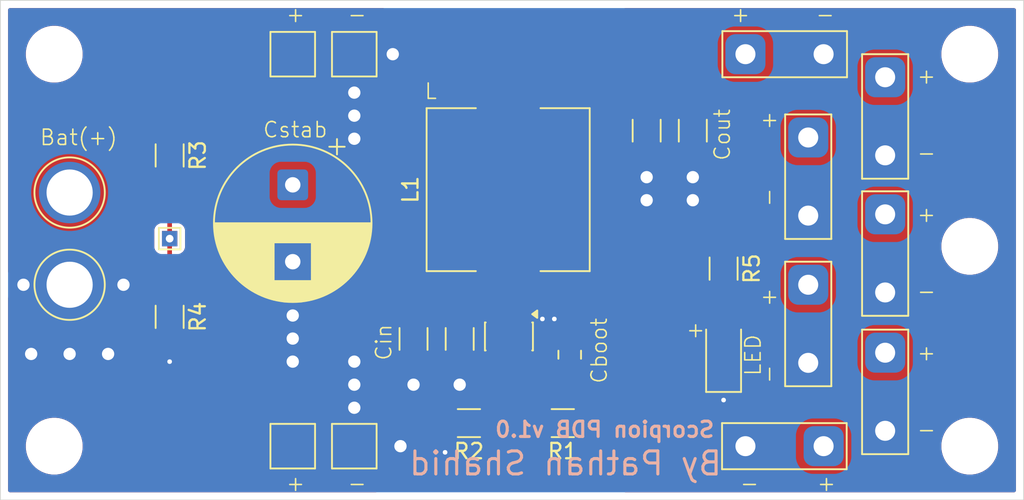
<source format=kicad_pcb>
(kicad_pcb (version 20241229) (generator "pcbnew") (generator_version "9.0")
  (layers (0 "F.Cu" signal) (2 "B.Cu" signal) (13 "F.Paste" user) (15 "B.Paste" user) (5 "F.SilkS" user "F.Silkscreen") (7 "B.SilkS" user "B.Silkscreen") (1 "F.Mask" user) (3 "B.Mask" user) (25 "Edge.Cuts" user))
  (net 0 "")
  (net 1 "+12v")
  (net 2 "GND")
  (net 3 "Net-(U1-SW)")
  (net 4 "Net-(U1-VBST)")
  (net 5 "+5v")
  (net 6 "Net-(D1-A)")
  (net 7 "Net-(U1-VFB)")
  (net 8 "Net-(VoltageMeter1-Pin_1)")
  (footprint "MountingHole:MountingHole_3.2mm_M3" (layer "F.Cu") (at 139 114)
    (property "Reference" "REF**" (hide yes))
    (property "Value" "MountingHole_3.2mm_M3" (hide yes))
    (pad "" np_thru_hole circle (at 0 0) (size 3.2 3.2) (drill 3.2) (layers "*.Cu" "*.Mask"))
  )
  (footprint "TestPoint:TestPoint_Pad_2.5x2.5mm" (layer "F.Cu") (at 158.5 139.5)
    (property "Reference" "ESC_R_GND1" (hide yes))
    (property "Value" "-" (hide yes))
    (fp_line (start -1.45 -1.45) (end 1.45 -1.45) (stroke (width 0.12)) (layer "F.SilkS"))
    (fp_line (start -1.45 1.45) (end -1.45 -1.45) (stroke (width 0.12)) (layer "F.SilkS"))
    (fp_line (start 1.45 -1.45) (end 1.45 1.45) (stroke (width 0.12)) (layer "F.SilkS"))
    (fp_line (start 1.45 1.45) (end -1.45 1.45) (stroke (width 0.12)) (layer "F.SilkS"))
    (pad "1" smd rect (at 0 0) (size 2.5 2.5) (layers "F.Cu" "F.Mask") (net 2 "GND"))
  )
  (footprint "TestPoint:TestPoint_2Pads_Pitch5.08mm_Drill1.3mm" (layer "F.Cu") (at 193 115.5 -90)
    (property "Reference" "J2" (hide yes))
    (property "Value" "Conn_01x02_Pin" (hide yes))
    (fp_line (start 6.6 1.5) (end -1.5 1.5) (stroke (width 0.12)) (layer "F.SilkS"))
    (fp_line (start 6.6 1.5) (end 6.6 -1.5) (stroke (width 0.12)) (layer "F.SilkS"))
    (fp_line (start -1.5 -1.5) (end -1.5 1.5) (stroke (width 0.12)) (layer "F.SilkS"))
    (fp_line (start -1.5 -1.5) (end 6.6 -1.5) (stroke (width 0.12)) (layer "F.SilkS"))
    (pad "1" thru_hole roundrect (at 0 0 270) (size 2.6 2.6) (drill 1.3) (layers "*.Cu" "*.Mask") (net 5 "+5v"))
    (pad "2" thru_hole circle (at 5.08 0 270) (size 2.6 2.6) (drill 1.3) (layers "*.Cu" "*.Mask") (net 2 "GND"))
  )
  (footprint "Resistor_SMD:R_1206_3216Metric_Pad1.30x1.75mm_HandSolder" (layer "F.Cu") (at 165.95 138 180)
    (property "Reference" "R2" (at 0 -1.83 180) (layer "F.SilkS"))
    (property "Value" "10K" (hide yes))
    (fp_line (start -0.727064 0.91) (end 0.727064 0.91) (stroke (width 0.12)) (layer "F.SilkS"))
    (fp_line (start -0.727064 -0.91) (end 0.727064 -0.91) (stroke (width 0.12)) (layer "F.SilkS"))
    (pad "1" smd roundrect (at -1.55 0 180) (size 1.3 1.75) (layers "F.Cu" "F.Mask" "F.Paste") (roundrect_rratio 0.192308) (net 7 "Net-(U1-VFB)"))
    (pad "2" smd roundrect (at 1.55 0 180) (size 1.3 1.75) (layers "F.Cu" "F.Mask" "F.Paste") (roundrect_rratio 0.192308) (net 2 "GND"))
  )
  (footprint "MountingHole:MountingHole_3.2mm_M3" (layer "F.Cu") (at 139 139.5)
    (property "Reference" "REF**" (hide yes))
    (property "Value" "MountingHole_3.2mm_M3" (hide yes))
    (pad "" np_thru_hole circle (at 0 0) (size 3.2 3.2) (drill 3.2) (layers "*.Cu" "*.Mask"))
  )
  (footprint "TestPoint:TestPoint_2Pads_Pitch5.08mm_Drill1.3mm" (layer "F.Cu") (at 193 133.42 -90)
    (property "Reference" "J4" (hide yes))
    (property "Value" "Conn_01x02_Pin" (hide yes))
    (fp_line (start 6.6 1.5) (end -1.5 1.5) (stroke (width 0.12)) (layer "F.SilkS"))
    (fp_line (start 6.6 1.5) (end 6.6 -1.5) (stroke (width 0.12)) (layer "F.SilkS"))
    (fp_line (start -1.5 -1.5) (end -1.5 1.5) (stroke (width 0.12)) (layer "F.SilkS"))
    (fp_line (start -1.5 -1.5) (end 6.6 -1.5) (stroke (width 0.12)) (layer "F.SilkS"))
    (pad "1" thru_hole roundrect (at 0 0 270) (size 2.6 2.6) (drill 1.3) (layers "*.Cu" "*.Mask") (net 5 "+5v"))
    (pad "2" thru_hole circle (at 5.08 0 270) (size 2.6 2.6) (drill 1.3) (layers "*.Cu" "*.Mask") (net 2 "GND"))
  )
  (footprint "Resistor_SMD:R_1206_3216Metric_Pad1.30x1.75mm_HandSolder" (layer "F.Cu") (at 182.5 127.95 -90)
    (property "Reference" "R5" (at 0 -1.83 270) (layer "F.SilkS"))
    (property "Value" "1K" (hide yes))
    (fp_line (start -0.727064 0.91) (end 0.727064 0.91) (stroke (width 0.12)) (layer "F.SilkS"))
    (fp_line (start -0.727064 -0.91) (end 0.727064 -0.91) (stroke (width 0.12)) (layer "F.SilkS"))
    (pad "1" smd roundrect (at -1.55 0 270) (size 1.3 1.75) (layers "F.Cu" "F.Mask" "F.Paste") (roundrect_rratio 0.192308) (net 5 "+5v"))
    (pad "2" smd roundrect (at 1.55 0 270) (size 1.3 1.75) (layers "F.Cu" "F.Mask" "F.Paste") (roundrect_rratio 0.192308) (net 6 "Net-(D1-A)"))
  )
  (footprint "Capacitor_THT:CP_Radial_D10.0mm_P5.00mm" (layer "F.Cu") (at 154.5 122.5 -90)
    (property "Reference" "Cstabalizer1" (hide yes))
    (property "Value" "1000uF" (hide yes))
    (fp_line (start 3.78 1.24) (end 3.78 4.917) (stroke (width 0.12)) (layer "F.SilkS"))
    (fp_line (start 3.82 1.24) (end 3.82 4.907) (stroke (width 0.12)) (layer "F.SilkS"))
    (fp_line (start 3.86 1.24) (end 3.86 4.896) (stroke (width 0.12)) (layer "F.SilkS"))
    (fp_line (start 3.9 1.24) (end 3.9 4.885) (stroke (width 0.12)) (layer "F.SilkS"))
    (fp_line (start 3.94 1.24) (end 3.94 4.873) (stroke (width 0.12)) (layer "F.SilkS"))
    (fp_line (start 3.98 1.24) (end 3.98 4.861) (stroke (width 0.12)) (layer "F.SilkS"))
    (fp_line (start 4.02 1.24) (end 4.02 4.849) (stroke (width 0.12)) (layer "F.SilkS"))
    (fp_line (start 4.06 1.24) (end 4.06 4.837) (stroke (width 0.12)) (layer "F.SilkS"))
    (fp_line (start 4.1 1.24) (end 4.1 4.824) (stroke (width 0.12)) (layer "F.SilkS"))
    (fp_line (start 4.14 1.24) (end 4.14 4.81) (stroke (width 0.12)) (layer "F.SilkS"))
    (fp_line (start 4.18 1.24) (end 4.18 4.797) (stroke (width 0.12)) (layer "F.SilkS"))
    (fp_line (start 4.22 1.24) (end 4.22 4.782) (stroke (width 0.12)) (layer "F.SilkS"))
    (fp_line (start 4.26 1.24) (end 4.26 4.768) (stroke (width 0.12)) (layer "F.SilkS"))
    (fp_line (start 4.3 1.24) (end 4.3 4.753) (stroke (width 0.12)) (layer "F.SilkS"))
    (fp_line (start 4.34 1.24) (end 4.34 4.738) (stroke (width 0.12)) (layer "F.SilkS"))
    (fp_line (start 4.38 1.24) (end 4.38 4.722) (stroke (width 0.12)) (layer "F.SilkS"))
    (fp_line (start 4.42 1.24) (end 4.42 4.706) (stroke (width 0.12)) (layer "F.SilkS"))
    (fp_line (start 4.46 1.24) (end 4.46 4.69) (stroke (width 0.12)) (layer "F.SilkS"))
    (fp_line (start 4.5 1.24) (end 4.5 4.673) (stroke (width 0.12)) (layer "F.SilkS"))
    (fp_line (start 4.54 1.24) (end 4.54 4.656) (stroke (width 0.12)) (layer "F.SilkS"))
    (fp_line (start 4.58 1.24) (end 4.58 4.638) (stroke (width 0.12)) (layer "F.SilkS"))
    (fp_line (start 4.62 1.24) (end 4.62 4.62) (stroke (width 0.12)) (layer "F.SilkS"))
    (fp_line (start 4.66 1.24) (end 4.66 4.602) (stroke (width 0.12)) (layer "F.SilkS"))
    (fp_line (start 4.7 1.24) (end 4.7 4.583) (stroke (width 0.12)) (layer "F.SilkS"))
    (fp_line (start 4.74 1.24) (end 4.74 4.564) (stroke (width 0.12)) (layer "F.SilkS"))
    (fp_line (start 4.78 1.24) (end 4.78 4.544) (stroke (width 0.12)) (layer "F.SilkS"))
    (fp_line (start 4.82 1.24) (end 4.82 4.524) (stroke (width 0.12)) (layer "F.SilkS"))
    (fp_line (start 4.86 1.24) (end 4.86 4.504) (stroke (width 0.12)) (layer "F.SilkS"))
    (fp_line (start 4.9 1.24) (end 4.9 4.483) (stroke (width 0.12)) (layer "F.SilkS"))
    (fp_line (start 4.94 1.24) (end 4.94 4.461) (stroke (width 0.12)) (layer "F.SilkS"))
    (fp_line (start 4.98 1.24) (end 4.98 4.439) (stroke (width 0.12)) (layer "F.SilkS"))
    (fp_line (start 5.02 1.24) (end 5.02 4.417) (stroke (width 0.12)) (layer "F.SilkS"))
    (fp_line (start 5.06 1.24) (end 5.06 4.394) (stroke (width 0.12)) (layer "F.SilkS"))
    (fp_line (start 5.1 1.24) (end 5.1 4.371) (stroke (width 0.12)) (layer "F.SilkS"))
    (fp_line (start 5.14 1.24) (end 5.14 4.347) (stroke (width 0.12)) (layer "F.SilkS"))
    (fp_line (start 5.18 1.24) (end 5.18 4.323) (stroke (width 0.12)) (layer "F.SilkS"))
    (fp_line (start 5.22 1.24) (end 5.22 4.298) (stroke (width 0.12)) (layer "F.SilkS"))
    (fp_line (start 5.26 1.24) (end 5.26 4.272) (stroke (width 0.12)) (layer "F.SilkS"))
    (fp_line (start 5.3 1.24) (end 5.3 4.247) (stroke (width 0.12)) (layer "F.SilkS"))
    (fp_line (start 5.34 1.24) (end 5.34 4.22) (stroke (width 0.12)) (layer "F.SilkS"))
    (fp_line (start 5.38 1.24) (end 5.38 4.193) (stroke (width 0.12)) (layer "F.SilkS"))
    (fp_line (start 5.42 1.24) (end 5.42 4.166) (stroke (width 0.12)) (layer "F.SilkS"))
    (fp_line (start 5.46 1.24) (end 5.46 4.138) (stroke (width 0.12)) (layer "F.SilkS"))
    (fp_line (start 5.5 1.24) (end 5.5 4.109) (stroke (width 0.12)) (layer "F.SilkS"))
    (fp_line (start 5.54 1.24) (end 5.54 4.08) (stroke (width 0.12)) (layer "F.SilkS"))
    (fp_line (start 5.58 1.24) (end 5.58 4.05) (stroke (width 0.12)) (layer "F.SilkS"))
    (fp_line (start 5.62 1.24) (end 5.62 4.02) (stroke (width 0.12)) (layer "F.SilkS"))
    (fp_line (start 5.66 1.24) (end 5.66 3.988) (stroke (width 0.12)) (layer "F.SilkS"))
    (fp_line (start 5.7 1.24) (end 5.7 3.957) (stroke (width 0.12)) (layer "F.SilkS"))
    (fp_line (start 5.74 1.24) (end 5.74 3.924) (stroke (width 0.12)) (layer "F.SilkS"))
    (fp_line (start 5.78 1.24) (end 5.78 3.891) (stroke (width 0.12)) (layer "F.SilkS"))
    (fp_line (start 5.82 1.24) (end 5.82 3.858) (stroke (width 0.12)) (layer "F.SilkS"))
    (fp_line (start 5.86 1.24) (end 5.86 3.823) (stroke (width 0.12)) (layer "F.SilkS"))
    (fp_line (start 5.9 1.24) (end 5.9 3.788) (stroke (width 0.12)) (layer "F.SilkS"))
    (fp_line (start 5.94 1.24) (end 5.94 3.752) (stroke (width 0.12)) (layer "F.SilkS"))
    (fp_line (start 5.98 1.24) (end 5.98 3.716) (stroke (width 0.12)) (layer "F.SilkS"))
    (fp_line (start 6.02 1.24) (end 6.02 3.678) (stroke (width 0.12)) (layer "F.SilkS"))
    (fp_line (start 6.06 1.24) (end 6.06 3.64) (stroke (width 0.12)) (layer "F.SilkS"))
    (fp_line (start 6.1 1.24) (end 6.1 3.601) (stroke (width 0.12)) (layer "F.SilkS"))
    (fp_line (start 6.14 1.24) (end 6.14 3.561) (stroke (width 0.12)) (layer "F.SilkS"))
    (fp_line (start 6.18 1.24) (end 6.18 3.52) (stroke (width 0.12)) (layer "F.SilkS"))
    (fp_line (start 6.22 1.24) (end 6.22 3.478) (stroke (width 0.12)) (layer "F.SilkS"))
    (fp_line (start 7.58 -0.599) (end 7.58 0.599) (stroke (width 0.12)) (layer "F.SilkS"))
    (fp_line (start 7.54 -0.862) (end 7.54 0.862) (stroke (width 0.12)) (layer "F.SilkS"))
    (fp_line (start 7.5 -1.062) (end 7.5 1.062) (stroke (width 0.12)) (layer "F.SilkS"))
    (fp_line (start 7.46 -1.23) (end 7.46 1.23) (stroke (width 0.12)) (layer "F.SilkS"))
    (fp_line (start 7.42 -1.377) (end 7.42 1.377) (stroke (width 0.12)) (layer "F.SilkS"))
    (fp_line (start 7.38 -1.509) (end 7.38 1.509) (stroke (width 0.12)) (layer "F.SilkS"))
    (fp_line (start 7.34 -1.63) (end 7.34 1.63) (stroke (width 0.12)) (layer "F.SilkS"))
    (fp_line (start 7.3 -1.742) (end 7.3 1.742) (stroke (width 0.12)) (layer "F.SilkS"))
    (fp_line (start 7.26 -1.846) (end 7.26 1.846) (stroke (width 0.12)) (layer "F.SilkS"))
    (fp_line (start 7.22 -1.944) (end 7.22 1.944) (stroke (width 0.12)) (layer "F.SilkS"))
    (fp_line (start 7.18 -2.037) (end 7.18 2.037) (stroke (width 0.12)) (layer "F.SilkS"))
    (fp_line (start 7.14 -2.124) (end 7.14 2.124) (stroke (width 0.12)) (layer "F.SilkS"))
    (fp_line (start 7.1 -2.208) (end 7.1 2.208) (stroke (width 0.12)) (layer "F.SilkS"))
    (fp_line (start 7.06 -2.288) (end 7.06 2.288) (stroke (width 0.12)) (layer "F.SilkS"))
    (fp_line (start 7.02 -2.365) (end 7.02 2.365) (stroke (width 0.12)) (layer "F.SilkS"))
    (fp_line (start 6.98 -2.439) (end 6.98 2.439) (stroke (width 0.12)) (layer "F.SilkS"))
    (fp_line (start 6.94 -2.51) (end 6.94 2.51) (stroke (width 0.12)) (layer "F.SilkS"))
    (fp_line (start 6.9 -2.578) (end 6.9 2.578) (stroke (width 0.12)) (layer "F.SilkS"))
    (fp_line (start 6.86 -2.644) (end 6.86 2.644) (stroke (width 0.12)) (layer "F.SilkS"))
    (fp_line (start 6.82 -2.708) (end 6.82 2.708) (stroke (width 0.12)) (layer "F.SilkS"))
    (fp_line (start 6.78 -2.77) (end 6.78 2.77) (stroke (width 0.12)) (layer "F.SilkS"))
    (fp_line (start 6.74 -2.83) (end 6.74 2.83) (stroke (width 0.12)) (layer "F.SilkS"))
    (fp_line (start -2.979646 -2.875) (end -1.979646 -2.875) (stroke (width 0.12)) (layer "F.SilkS"))
    (fp_line (start 6.7 -2.888) (end 6.7 2.888) (stroke (width 0.12)) (layer "F.SilkS"))
    (fp_line (start 6.66 -2.945) (end 6.66 2.945) (stroke (width 0.12)) (layer "F.SilkS"))
    (fp_line (start 6.62 -3) (end 6.62 3) (stroke (width 0.12)) (layer "F.SilkS"))
    (fp_line (start 6.58 -3.053) (end 6.58 3.053) (stroke (width 0.12)) (layer "F.SilkS"))
    (fp_line (start 6.54 -3.105) (end 6.54 3.105) (stroke (width 0.12)) (layer "F.SilkS"))
    (fp_line (start 6.5 -3.156) (end 6.5 3.156) (stroke (width 0.12)) (layer "F.SilkS"))
    (fp_line (start 6.46 -3.205) (end 6.46 3.205) (stroke (width 0.12)) (layer "F.SilkS"))
    (fp_line (start 6.42 -3.254) (end 6.42 3.254) (stroke (width 0.12)) (layer "F.SilkS"))
    (fp_line (start 6.38 -3.301) (end 6.38 3.301) (stroke (width 0.12)) (layer "F.SilkS"))
    (fp_line (start 6.34 -3.347) (end 6.34 3.347) (stroke (width 0.12)) (layer "F.SilkS"))
    (fp_line (start -2.479646 -3.375) (end -2.479646 -2.375) (stroke (width 0.12)) (layer "F.SilkS"))
    (fp_line (start 6.3 -3.391) (end 6.3 3.391) (stroke (width 0.12)) (layer "F.SilkS"))
    (fp_line (start 6.26 -3.435) (end 6.26 3.435) (stroke (width 0.12)) (layer "F.SilkS"))
    (fp_line (start 6.22 -3.478) (end 6.22 -1.24) (stroke (width 0.12)) (layer "F.SilkS"))
    (fp_line (start 6.18 -3.52) (end 6.18 -1.24) (stroke (width 0.12)) (layer "F.SilkS"))
    (fp_line (start 6.14 -3.561) (end 6.14 -1.24) (stroke (width 0.12)) (layer "F.SilkS"))
    (fp_line (start 6.1 -3.601) (end 6.1 -1.24) (stroke (width 0.12)) (layer "F.SilkS"))
    (fp_line (start 6.06 -3.64) (end 6.06 -1.24) (stroke (width 0.12)) (layer "F.SilkS"))
    (fp_line (start 6.02 -3.678) (end 6.02 -1.24) (stroke (width 0.12)) (layer "F.SilkS"))
    (fp_line (start 5.98 -3.716) (end 5.98 -1.24) (stroke (width 0.12)) (layer "F.SilkS"))
    (fp_line (start 5.94 -3.752) (end 5.94 -1.24) (stroke (width 0.12)) (layer "F.SilkS"))
    (fp_line (start 5.9 -3.788) (end 5.9 -1.24) (stroke (width 0.12)) (layer "F.SilkS"))
    (fp_line (start 5.86 -3.823) (end 5.86 -1.24) (stroke (width 0.12)) (layer "F.SilkS"))
    (fp_line (start 5.82 -3.858) (end 5.82 -1.24) (stroke (width 0.12)) (layer "F.SilkS"))
    (fp_line (start 5.78 -3.891) (end 5.78 -1.24) (stroke (width 0.12)) (layer "F.SilkS"))
    (fp_line (start 5.74 -3.924) (end 5.74 -1.24) (stroke (width 0.12)) (layer "F.SilkS"))
    (fp_line (start 5.7 -3.957) (end 5.7 -1.24) (stroke (width 0.12)) (layer "F.SilkS"))
    (fp_line (start 5.66 -3.988) (end 5.66 -1.24) (stroke (width 0.12)) (layer "F.SilkS"))
    (fp_line (start 5.62 -4.02) (end 5.62 -1.24) (stroke (width 0.12)) (layer "F.SilkS"))
    (fp_line (start 5.58 -4.05) (end 5.58 -1.24) (stroke (width 0.12)) (layer "F.SilkS"))
    (fp_line (start 5.54 -4.08) (end 5.54 -1.24) (stroke (width 0.12)) (layer "F.SilkS"))
    (fp_line (start 5.5 -4.109) (end 5.5 -1.24) (stroke (width 0.12)) (layer "F.SilkS"))
    (fp_line (start 5.46 -4.138) (end 5.46 -1.24) (stroke (width 0.12)) (layer "F.SilkS"))
    (fp_line (start 5.42 -4.166) (end 5.42 -1.24) (stroke (width 0.12)) (layer "F.SilkS"))
    (fp_line (start 5.38 -4.193) (end 5.38 -1.24) (stroke (width 0.12)) (layer "F.SilkS"))
    (fp_line (start 5.34 -4.22) (end 5.34 -1.24) (stroke (width 0.12)) (layer "F.SilkS"))
    (fp_line (start 5.3 -4.247) (end 5.3 -1.24) (stroke (width 0.12)) (layer "F.SilkS"))
    (fp_line (start 5.26 -4.272) (end 5.26 -1.24) (stroke (width 0.12)) (layer "F.SilkS"))
    (fp_line (start 5.22 -4.298) (end 5.22 -1.24) (stroke (width 0.12)) (layer "F.SilkS"))
    (fp_line (start 5.18 -4.323) (end 5.18 -1.24) (stroke (width 0.12)) (layer "F.SilkS"))
    (fp_line (start 5.14 -4.347) (end 5.14 -1.24) (stroke (width 0.12)) (layer "F.SilkS"))
    (fp_line (start 5.1 -4.371) (end 5.1 -1.24) (stroke (width 0.12)) (layer "F.SilkS"))
    (fp_line (start 5.06 -4.394) (end 5.06 -1.24) (stroke (width 0.12)) (layer "F.SilkS"))
    (fp_line (start 5.02 -4.417) (end 5.02 -1.24) (stroke (width 0.12)) (layer "F.SilkS"))
    (fp_line (start 4.98 -4.439) (end 4.98 -1.24) (stroke (width 0.12)) (layer "F.SilkS"))
    (fp_line (start 4.94 -4.461) (end 4.94 -1.24) (stroke (width 0.12)) (layer "F.SilkS"))
    (fp_line (start 4.9 -4.483) (end 4.9 -1.24) (stroke (width 0.12)) (layer "F.SilkS"))
    (fp_line (start 4.86 -4.504) (end 4.86 -1.24) (stroke (width 0.12)) (layer "F.SilkS"))
    (fp_line (start 4.82 -4.524) (end 4.82 -1.24) (stroke (width 0.12)) (layer "F.SilkS"))
    (fp_line (start 4.78 -4.544) (end 4.78 -1.24) (stroke (width 0.12)) (layer "F.SilkS"))
    (fp_line (start 4.74 -4.564) (end 4.74 -1.24) (stroke (width 0.12)) (layer "F.SilkS"))
    (fp_line (start 4.7 -4.583) (end 4.7 -1.24) (stroke (width 0.12)) (layer "F.SilkS"))
    (fp_line (start 4.66 -4.602) (end 4.66 -1.24) (stroke (width 0.12)) (layer "F.SilkS"))
    (fp_line (start 4.62 -4.62) (end 4.62 -1.24) (stroke (width 0.12)) (layer "F.SilkS"))
    (fp_line (start 4.58 -4.638) (end 4.58 -1.24) (stroke (width 0.12)) (layer "F.SilkS"))
    (fp_line (start 4.54 -4.656) (end 4.54 -1.24) (stroke (width 0.12)) (layer "F.SilkS"))
    (fp_line (start 4.5 -4.673) (end 4.5 -1.24) (stroke (width 0.12)) (layer "F.SilkS"))
    (fp_line (start 4.46 -4.69) (end 4.46 -1.24) (stroke (width 0.12)) (layer "F.SilkS"))
    (fp_line (start 4.42 -4.706) (end 4.42 -1.24) (stroke (width 0.12)) (layer "F.SilkS"))
    (fp_line (start 4.38 -4.722) (end 4.38 -1.24) (stroke (width 0.12)) (layer "F.SilkS"))
    (fp_line (start 4.34 -4.738) (end 4.34 -1.24) (stroke (width 0.12)) (layer "F.SilkS"))
    (fp_line (start 4.3 -4.753) (end 4.3 -1.24) (stroke (width 0.12)) (layer "F.SilkS"))
    (fp_line (start 4.26 -4.768) (end 4.26 -1.24) (stroke (width 0.12)) (layer "F.SilkS"))
    (fp_line (start 4.22 -4.782) (end 4.22 -1.24) (stroke (width 0.12)) (layer "F.SilkS"))
    (fp_line (start 4.18 -4.797) (end 4.18 -1.24) (stroke (width 0.12)) (layer "F.SilkS"))
    (fp_line (start 4.14 -4.81) (end 4.14 -1.24) (stroke (width 0.12)) (layer "F.SilkS"))
    (fp_line (start 4.1 -4.824) (end 4.1 -1.24) (stroke (width 0.12)) (layer "F.SilkS"))
    (fp_line (start 4.06 -4.837) (end 4.06 -1.24) (stroke (width 0.12)) (layer "F.SilkS"))
    (fp_line (start 4.02 -4.849) (end 4.02 -1.24) (stroke (width 0.12)) (layer "F.SilkS"))
    (fp_line (start 3.98 -4.861) (end 3.98 -1.24) (stroke (width 0.12)) (layer "F.SilkS"))
    (fp_line (start 3.94 -4.873) (end 3.94 -1.24) (stroke (width 0.12)) (layer "F.SilkS"))
    (fp_line (start 3.9 -4.885) (end 3.9 -1.24) (stroke (width 0.12)) (layer "F.SilkS"))
    (fp_line (start 3.86 -4.896) (end 3.86 -1.24) (stroke (width 0.12)) (layer "F.SilkS"))
    (fp_line (start 3.82 -4.907) (end 3.82 -1.24) (stroke (width 0.12)) (layer "F.SilkS"))
    (fp_line (start 3.78 -4.917) (end 3.78 -1.24) (stroke (width 0.12)) (layer "F.SilkS"))
    (fp_line (start 3.74 -4.928) (end 3.74 4.928) (stroke (width 0.12)) (layer "F.SilkS"))
    (fp_line (start 3.7 -4.937) (end 3.7 4.937) (stroke (width 0.12)) (layer "F.SilkS"))
    (fp_line (start 3.66 -4.947) (end 3.66 4.947) (stroke (width 0.12)) (layer "F.SilkS"))
    (fp_line (start 3.62 -4.956) (end 3.62 4.956) (stroke (width 0.12)) (layer "F.SilkS"))
    (fp_line (start 3.58 -4.965) (end 3.58 4.965) (stroke (width 0.12)) (layer "F.SilkS"))
    (fp_line (start 3.54 -4.973) (end 3.54 4.973) (stroke (width 0.12)) (layer "F.SilkS"))
    (fp_line (start 3.5 -4.981) (end 3.5 4.981) (stroke (width 0.12)) (layer "F.SilkS"))
    (fp_line (start 3.46 -4.989) (end 3.46 4.989) (stroke (width 0.12)) (layer "F.SilkS"))
    (fp_line (start 3.42 -4.997) (end 3.42 4.997) (stroke (width 0.12)) (layer "F.SilkS"))
    (fp_line (start 3.38 -5.004) (end 3.38 5.004) (stroke (width 0.12)) (layer "F.SilkS"))
    (fp_line (start 3.34 -5.011) (end 3.34 5.011) (stroke (width 0.12)) (layer "F.SilkS"))
    (fp_line (start 3.3 -5.017) (end 3.3 5.017) (stroke (width 0.12)) (layer "F.SilkS"))
    (fp_line (start 3.26 -5.023) (end 3.26 5.023) (stroke (width 0.12)) (layer "F.SilkS"))
    (fp_line (start 3.22 -5.029) (end 3.22 5.029) (stroke (width 0.12)) (layer "F.SilkS"))
    (fp_line (start 3.18 -5.035) (end 3.18 5.035) (stroke (width 0.12)) (layer "F.SilkS"))
    (fp_line (start 3.14 -5.04) (end 3.14 5.04) (stroke (width 0.12)) (layer "F.SilkS"))
    (fp_line (start 3.1 -5.045) (end 3.1 5.045) (stroke (width 0.12)) (layer "F.SilkS"))
    (fp_line (start 3.06 -5.049) (end 3.06 5.049) (stroke (width 0.12)) (layer "F.SilkS"))
    (fp_line (start 3.02 -5.054) (end 3.02 5.054) (stroke (width 0.12)) (layer "F.SilkS"))
    (fp_line (start 2.98 -5.057) (end 2.98 5.057) (stroke (width 0.12)) (layer "F.SilkS"))
    (fp_line (start 2.94 -5.061) (end 2.94 5.061) (stroke (width 0.12)) (layer "F.SilkS"))
    (fp_line (start 2.9 -5.064) (end 2.9 5.064) (stroke (width 0.12)) (layer "F.SilkS"))
    (fp_line (start 2.86 -5.067) (end 2.86 5.067) (stroke (width 0.12)) (layer "F.SilkS"))
    (fp_line (start 2.82 -5.07) (end 2.82 5.07) (stroke (width 0.12)) (layer "F.SilkS"))
    (fp_line (start 2.78 -5.072) (end 2.78 5.072) (stroke (width 0.12)) (layer "F.SilkS"))
    (fp_line (start 2.74 -5.074) (end 2.74 5.074) (stroke (width 0.12)) (layer "F.SilkS"))
    (fp_line (start 2.7 -5.076) (end 2.7 5.076) (stroke (width 0.12)) (layer "F.SilkS"))
    (fp_line (start 2.66 -5.077) (end 2.66 5.077) (stroke (width 0.12)) (layer "F.SilkS"))
    (fp_line (start 2.58 -5.079) (end 2.58 5.079) (stroke (width 0.12)) (layer "F.SilkS"))
    (fp_line (start 2.62 -5.079) (end 2.62 5.079) (stroke (width 0.12)) (layer "F.SilkS"))
    (fp_line (start 2.5 -5.08) (end 2.5 5.08) (stroke (width 0.12)) (layer "F.SilkS"))
    (fp_line (start 2.54 -5.08) (end 2.54 5.08) (stroke (width 0.12)) (layer "F.SilkS"))
    (fp_circle (center 2.5 0) (end 7.62 0) (stroke (width 0.12)) (fill no) (layer "F.SilkS"))
    (pad "1" thru_hole roundrect (at 0 0 270) (size 2 2) (drill 1) (layers "*.Cu" "*.Mask") (roundrect_rratio 0.125) (net 1 "+12v"))
    (pad "2" thru_hole circle (at 5 0 270) (size 2 2) (drill 1) (layers "*.Cu" "*.Mask") (net 2 "GND"))
  )
  (footprint "TestPoint:TestPoint_Plated_Hole_D3.0mm" (layer "F.Cu") (at 140 123)
    (property "Reference" "Bat_in1" (hide yes))
    (property "Value" "+")
    (fp_circle (center 0 0) (end 0 -2.286) (stroke (width 0.12)) (fill no) (layer "F.SilkS"))
    (pad "1" thru_hole circle (at 0 0) (size 4 4) (drill 3) (layers "*.Cu" "*.Mask") (net 1 "+12v"))
  )
  (footprint "Capacitor_SMD:C_1206_3216Metric_Pad1.33x1.80mm_HandSolder" (layer "F.Cu") (at 162.35 132.525 -90)
    (property "Reference" "Cin2" (hide yes))
    (property "Value" "10uF" (hide yes))
    (fp_line (start -0.711252 0.91) (end 0.711252 0.91) (stroke (width 0.12)) (layer "F.SilkS"))
    (fp_line (start -0.711252 -0.91) (end 0.711252 -0.91) (stroke (width 0.12)) (layer "F.SilkS"))
    (pad "1" smd roundrect (at -1.5625 0 270) (size 1.325 1.8) (layers "F.Cu" "F.Mask" "F.Paste") (roundrect_rratio 0.188679) (net 1 "+12v"))
    (pad "2" smd roundrect (at 1.5625 0 270) (size 1.325 1.8) (layers "F.Cu" "F.Mask" "F.Paste") (roundrect_rratio 0.188679) (net 2 "GND"))
  )
  (footprint "Capacitor_SMD:C_1206_3216Metric_Pad1.33x1.80mm_HandSolder" (layer "F.Cu") (at 180.5 118.975 -90)
    (property "Reference" "Cout1" (hide yes))
    (property "Value" "22uF" (hide yes))
    (fp_line (start -0.711252 0.91) (end 0.711252 0.91) (stroke (width 0.12)) (layer "F.SilkS"))
    (fp_line (start -0.711252 -0.91) (end 0.711252 -0.91) (stroke (width 0.12)) (layer "F.SilkS"))
    (pad "1" smd roundrect (at -1.5625 0 270) (size 1.325 1.8) (layers "F.Cu" "F.Mask" "F.Paste") (roundrect_rratio 0.188679) (net 5 "+5v"))
    (pad "2" smd roundrect (at 1.5625 0 270) (size 1.325 1.8) (layers "F.Cu" "F.Mask" "F.Paste") (roundrect_rratio 0.188679) (net 2 "GND"))
  )
  (footprint "TestPoint:TestPoint_2Pads_Pitch5.08mm_Drill1.3mm" (layer "F.Cu") (at 188 119.42 -90)
    (property "Reference" "J6" (hide yes))
    (property "Value" "Conn_01x02_Pin" (hide yes))
    (fp_line (start 6.6 1.5) (end -1.5 1.5) (stroke (width 0.12)) (layer "F.SilkS"))
    (fp_line (start 6.6 1.5) (end 6.6 -1.5) (stroke (width 0.12)) (layer "F.SilkS"))
    (fp_line (start -1.5 -1.5) (end -1.5 1.5) (stroke (width 0.12)) (layer "F.SilkS"))
    (fp_line (start -1.5 -1.5) (end 6.6 -1.5) (stroke (width 0.12)) (layer "F.SilkS"))
    (pad "1" thru_hole roundrect (at 0 0 270) (size 2.6 2.6) (drill 1.3) (layers "*.Cu" "*.Mask") (net 5 "+5v"))
    (pad "2" thru_hole circle (at 5.08 0 270) (size 2.6 2.6) (drill 1.3) (layers "*.Cu" "*.Mask") (net 2 "GND"))
  )
  (footprint "TestPoint:TestPoint_2Pads_Pitch5.08mm_Drill1.3mm" (layer "F.Cu") (at 188 129 -90)
    (property "Reference" "J7" (hide yes))
    (property "Value" "Conn_01x02_Pin" (hide yes))
    (fp_line (start 6.6 1.5) (end -1.5 1.5) (stroke (width 0.12)) (layer "F.SilkS"))
    (fp_line (start 6.6 1.5) (end 6.6 -1.5) (stroke (width 0.12)) (layer "F.SilkS"))
    (fp_line (start -1.5 -1.5) (end -1.5 1.5) (stroke (width 0.12)) (layer "F.SilkS"))
    (fp_line (start -1.5 -1.5) (end 6.6 -1.5) (stroke (width 0.12)) (layer "F.SilkS"))
    (pad "1" thru_hole roundrect (at 0 0 270) (size 2.6 2.6) (drill 1.3) (layers "*.Cu" "*.Mask") (net 5 "+5v"))
    (pad "2" thru_hole circle (at 5.08 0 270) (size 2.6 2.6) (drill 1.3) (layers "*.Cu" "*.Mask") (net 2 "GND"))
  )
  (footprint "TestPoint:TestPoint_2Pads_Pitch5.08mm_Drill1.3mm" (layer "F.Cu") (at 189 139.5 180)
    (property "Reference" "J5" (hide yes))
    (property "Value" "Conn_01x02_Pin" (hide yes))
    (fp_line (start 6.6 1.5) (end 6.6 -1.5) (stroke (width 0.12)) (layer "F.SilkS"))
    (fp_line (start 6.6 1.5) (end -1.5 1.5) (stroke (width 0.12)) (layer "F.SilkS"))
    (fp_line (start -1.5 -1.5) (end 6.6 -1.5) (stroke (width 0.12)) (layer "F.SilkS"))
    (fp_line (start -1.5 -1.5) (end -1.5 1.5) (stroke (width 0.12)) (layer "F.SilkS"))
    (pad "1" thru_hole roundrect (at 0 0 180) (size 2.6 2.6) (drill 1.3) (layers "*.Cu" "*.Mask") (net 5 "+5v"))
    (pad "2" thru_hole circle (at 5.08 0 180) (size 2.6 2.6) (drill 1.3) (layers "*.Cu" "*.Mask") (net 2 "GND"))
  )
  (footprint "Capacitor_SMD:C_0805_2012Metric_Pad1.18x1.45mm_HandSolder" (layer "F.Cu") (at 172.5 133.55 90)
    (property "Reference" "Cboot1" (hide yes))
    (property "Value" "0.1uF" (hide yes))
    (fp_line (start -0.261252 -0.735) (end 0.261252 -0.735) (stroke (width 0.12)) (layer "F.SilkS"))
    (fp_line (start -0.261252 0.735) (end 0.261252 0.735) (stroke (width 0.12)) (layer "F.SilkS"))
    (pad "1" smd roundrect (at -1.0375 0 90) (size 1.175 1.45) (layers "F.Cu" "F.Mask" "F.Paste") (roundrect_rratio 0.212766) (net 4 "Net-(U1-VBST)"))
    (pad "2" smd roundrect (at 1.0375 0 90) (size 1.175 1.45) (layers "F.Cu" "F.Mask" "F.Paste") (roundrect_rratio 0.212766) (net 3 "Net-(U1-SW)"))
  )
  (footprint "Inductor_SMD:L_10.4x10.4_H4.8" (layer "F.Cu") (at 168.5 122.8125 90)
    (property "Reference" "L1" (at 0 -6.35 90) (layer "F.SilkS"))
    (property "Value" "4.7uH")
    (fp_line (start 5.3 -5.3) (end 5.3 -2.1) (stroke (width 0.12)) (layer "F.SilkS"))
    (fp_line (start -5.3 -5.3) (end 5.3 -5.3) (stroke (width 0.12)) (layer "F.SilkS"))
    (fp_line (start -5.3 -2.1) (end -5.3 -5.3) (stroke (width 0.12)) (layer "F.SilkS"))
    (fp_line (start 5.3 2.1) (end 5.3 5.3) (stroke (width 0.12)) (layer "F.SilkS"))
    (fp_line (start 5.3 5.3) (end -5.3 5.3) (stroke (width 0.12)) (layer "F.SilkS"))
    (fp_line (start -5.3 5.3) (end -5.3 2.1) (stroke (width 0.12)) (layer "F.SilkS"))
    (pad "1" smd rect (at -4.15 0 90) (size 2.7 3.6) (layers "F.Cu" "F.Mask" "F.Paste") (net 3 "Net-(U1-SW)"))
    (pad "2" smd rect (at 4.15 0 90) (size 2.7 3.6) (layers "F.Cu" "F.Mask" "F.Paste") (net 5 "+5v"))
  )
  (footprint "MountingHole:MountingHole_3.2mm_M3" (layer "F.Cu") (at 198.5 114)
    (property "Reference" "REF**" (hide yes))
    (property "Value" "MountingHole_3.2mm_M3" (hide yes))
    (pad "" np_thru_hole circle (at 0 0) (size 3.2 3.2) (drill 3.2) (layers "*.Cu" "*.Mask"))
  )
  (footprint "Resistor_SMD:R_1206_3216Metric_Pad1.30x1.75mm_HandSolder" (layer "F.Cu") (at 172.05 138 180)
    (property "Reference" "R1" (at 0 -1.83 180) (layer "F.SilkS"))
    (property "Value" "56K" (hide yes))
    (fp_line (start -0.727064 0.91) (end 0.727064 0.91) (stroke (width 0.12)) (layer "F.SilkS"))
    (fp_line (start -0.727064 -0.91) (end 0.727064 -0.91) (stroke (width 0.12)) (layer "F.SilkS"))
    (pad "1" smd roundrect (at -1.55 0 180) (size 1.3 1.75) (layers "F.Cu" "F.Mask" "F.Paste") (roundrect_rratio 0.192308) (net 5 "+5v"))
    (pad "2" smd roundrect (at 1.55 0 180) (size 1.3 1.75) (layers "F.Cu" "F.Mask" "F.Paste") (roundrect_rratio 0.192308) (net 7 "Net-(U1-VFB)"))
  )
  (footprint "TestPoint:TestPoint_2Pads_Pitch5.08mm_Drill1.3mm" (layer "F.Cu") (at 193 124.42 -90)
    (property "Reference" "J3" (hide yes))
    (property "Value" "Conn_01x02_Pin" (hide yes))
    (fp_line (start 6.6 1.5) (end -1.5 1.5) (stroke (width 0.12)) (layer "F.SilkS"))
    (fp_line (start 6.6 1.5) (end 6.6 -1.5) (stroke (width 0.12)) (layer "F.SilkS"))
    (fp_line (start -1.5 -1.5) (end -1.5 1.5) (stroke (width 0.12)) (layer "F.SilkS"))
    (fp_line (start -1.5 -1.5) (end 6.6 -1.5) (stroke (width 0.12)) (layer "F.SilkS"))
    (pad "1" thru_hole roundrect (at 0 0 270) (size 2.6 2.6) (drill 1.3) (layers "*.Cu" "*.Mask") (net 5 "+5v"))
    (pad "2" thru_hole circle (at 5.08 0 270) (size 2.6 2.6) (drill 1.3) (layers "*.Cu" "*.Mask") (net 2 "GND"))
  )
  (footprint "Resistor_SMD:R_1206_3216Metric_Pad1.30x1.75mm_HandSolder" (layer "F.Cu") (at 146.5 120.5875 -90)
    (property "Reference" "R3" (at 0 -1.83 270) (layer "F.SilkS"))
    (property "Value" "33K")
    (fp_line (start -0.727064 0.91) (end 0.727064 0.91) (stroke (width 0.12)) (layer "F.SilkS"))
    (fp_line (start -0.727064 -0.91) (end 0.727064 -0.91) (stroke (width 0.12)) (layer "F.SilkS"))
    (pad "1" smd roundrect (at -1.55 0 270) (size 1.3 1.75) (layers "F.Cu" "F.Mask" "F.Paste") (roundrect_rratio 0.192308) (net 1 "+12v"))
    (pad "2" smd roundrect (at 1.55 0 270) (size 1.3 1.75) (layers "F.Cu" "F.Mask" "F.Paste") (roundrect_rratio 0.192308) (net 8 "Net-(VoltageMeter1-Pin_1)"))
  )
  (footprint "LED_SMD:LED_1206_3216Metric_Pad1.42x1.75mm_HandSolder" (layer "F.Cu") (at 182.5 133.5125 90)
    (property "Reference" "D1" (hide yes))
    (property "Value" "LED" (hide yes))
    (fp_line (start 1.6 -1.135) (end -2.46 -1.135) (stroke (width 0.12)) (layer "F.SilkS"))
    (fp_line (start -2.46 -1.135) (end -2.46 1.135) (stroke (width 0.12)) (layer "F.SilkS"))
    (fp_line (start -2.46 1.135) (end 1.6 1.135) (stroke (width 0.12)) (layer "F.SilkS"))
    (pad "1" smd roundrect (at -1.4875 0 90) (size 1.425 1.75) (layers "F.Cu" "F.Mask" "F.Paste") (roundrect_rratio 0.175439) (net 2 "GND"))
    (pad "2" smd roundrect (at 1.4875 0 90) (size 1.425 1.75) (layers "F.Cu" "F.Mask" "F.Paste") (roundrect_rratio 0.175439) (net 6 "Net-(D1-A)"))
  )
  (footprint "MountingHole:MountingHole_3.2mm_M3" (layer "F.Cu") (at 198.5 126.5)
    (property "Reference" "REF**" (hide yes))
    (property "Value" "MountingHole_3.2mm_M3" (hide yes))
    (pad "" np_thru_hole circle (at 0 0) (size 3.2 3.2) (drill 3.2) (layers "*.Cu" "*.Mask"))
  )
  (footprint "TestPoint:TestPoint_Pad_2.5x2.5mm" (layer "F.Cu") (at 154.5 139.5)
    (property "Reference" "ESC_R_PWR1" (hide yes))
    (property "Value" "+" (hide yes))
    (fp_line (start -1.45 -1.45) (end 1.45 -1.45) (stroke (width 0.12)) (layer "F.SilkS"))
    (fp_line (start -1.45 1.45) (end -1.45 -1.45) (stroke (width 0.12)) (layer "F.SilkS"))
    (fp_line (start 1.45 -1.45) (end 1.45 1.45) (stroke (width 0.12)) (layer "F.SilkS"))
    (fp_line (start 1.45 1.45) (end -1.45 1.45) (stroke (width 0.12)) (layer "F.SilkS"))
    (pad "1" smd rect (at 0 0) (size 2.5 2.5) (layers "F.Cu" "F.Mask") (net 1 "+12v"))
  )
  (footprint "Capacitor_SMD:C_1206_3216Metric_Pad1.33x1.80mm_HandSolder" (layer "F.Cu") (at 165.35 132.525 -90)
    (property "Reference" "Cin1" (hide yes))
    (property "Value" "10uF" (hide yes))
    (fp_line (start -0.711252 0.91) (end 0.711252 0.91) (stroke (width 0.12)) (layer "F.SilkS"))
    (fp_line (start -0.711252 -0.91) (end 0.711252 -0.91) (stroke (width 0.12)) (layer "F.SilkS"))
    (pad "1" smd roundrect (at -1.5625 0 270) (size 1.325 1.8) (layers "F.Cu" "F.Mask" "F.Paste") (roundrect_rratio 0.188679) (net 1 "+12v"))
    (pad "2" smd roundrect (at 1.5625 0 270) (size 1.325 1.8) (layers "F.Cu" "F.Mask" "F.Paste") (roundrect_rratio 0.188679) (net 2 "GND"))
  )
  (footprint "Resistor_SMD:R_1206_3216Metric_Pad1.30x1.75mm_HandSolder" (layer "F.Cu") (at 146.5 131.0875 -90)
    (property "Reference" "R4" (at 0 -1.83 270) (layer "F.SilkS"))
    (property "Value" "10k")
    (fp_line (start -0.727064 0.91) (end 0.727064 0.91) (stroke (width 0.12)) (layer "F.SilkS"))
    (fp_line (start -0.727064 -0.91) (end 0.727064 -0.91) (stroke (width 0.12)) (layer "F.SilkS"))
    (pad "1" smd roundrect (at -1.55 0 270) (size 1.3 1.75) (layers "F.Cu" "F.Mask" "F.Paste") (roundrect_rratio 0.192308) (net 8 "Net-(VoltageMeter1-Pin_1)"))
    (pad "2" smd roundrect (at 1.55 0 270) (size 1.3 1.75) (layers "F.Cu" "F.Mask" "F.Paste") (roundrect_rratio 0.192308) (net 2 "GND"))
  )
  (footprint "TestPoint:TestPoint_Pad_2.5x2.5mm" (layer "F.Cu") (at 154.5 114)
    (property "Reference" "ESC_L_PWR1" (hide yes))
    (property "Value" "+" (hide yes))
    (fp_line (start -1.45 -1.45) (end 1.45 -1.45) (stroke (width 0.12)) (layer "F.SilkS"))
    (fp_line (start -1.45 1.45) (end -1.45 -1.45) (stroke (width 0.12)) (layer "F.SilkS"))
    (fp_line (start 1.45 -1.45) (end 1.45 1.45) (stroke (width 0.12)) (layer "F.SilkS"))
    (fp_line (start 1.45 1.45) (end -1.45 1.45) (stroke (width 0.12)) (layer "F.SilkS"))
    (pad "1" smd rect (at 0 0) (size 2.5 2.5) (layers "F.Cu" "F.Mask") (net 1 "+12v"))
  )
  (footprint "TestPoint:TestPoint_2Pads_Pitch5.08mm_Drill1.3mm" (layer "F.Cu") (at 183.92 114)
    (property "Reference" "J1" (hide yes))
    (property "Value" "Conn_01x02_Pin" (hide yes))
    (fp_line (start -1.5 -1.5) (end -1.5 1.5) (stroke (width 0.12)) (layer "F.SilkS"))
    (fp_line (start -1.5 -1.5) (end 6.6 -1.5) (stroke (width 0.12)) (layer "F.SilkS"))
    (fp_line (start 6.6 1.5) (end -1.5 1.5) (stroke (width 0.12)) (layer "F.SilkS"))
    (fp_line (start 6.6 1.5) (end 6.6 -1.5) (stroke (width 0.12)) (layer "F.SilkS"))
    (pad "1" thru_hole roundrect (at 0 0) (size 2.6 2.6) (drill 1.3) (layers "*.Cu" "*.Mask") (net 5 "+5v"))
    (pad "2" thru_hole circle (at 5.08 0) (size 2.6 2.6) (drill 1.3) (layers "*.Cu" "*.Mask") (net 2 "GND"))
  )
  (footprint "Capacitor_SMD:C_1206_3216Metric_Pad1.33x1.80mm_HandSolder" (layer "F.Cu") (at 177.5 118.975 -90)
    (property "Reference" "Cout2" (hide yes))
    (property "Value" "22uF" (hide yes))
    (fp_line (start -0.711252 0.91) (end 0.711252 0.91) (stroke (width 0.12)) (layer "F.SilkS"))
    (fp_line (start -0.711252 -0.91) (end 0.711252 -0.91) (stroke (width 0.12)) (layer "F.SilkS"))
    (pad "1" smd roundrect (at -1.5625 0 270) (size 1.325 1.8) (layers "F.Cu" "F.Mask" "F.Paste") (roundrect_rratio 0.188679) (net 5 "+5v"))
    (pad "2" smd roundrect (at 1.5625 0 270) (size 1.325 1.8) (layers "F.Cu" "F.Mask" "F.Paste") (roundrect_rratio 0.188679) (net 2 "GND"))
  )
  (footprint "MountingHole:MountingHole_3.2mm_M3" (layer "F.Cu") (at 198.5 139.5)
    (property "Reference" "REF**" (hide yes))
    (property "Value" "MountingHole_3.2mm_M3" (hide yes))
    (pad "" np_thru_hole circle (at 0 0) (size 3.2 3.2) (drill 3.2) (layers "*.Cu" "*.Mask"))
  )
  (footprint "Package_TO_SOT_SMD:SOT-23-6" (layer "F.Cu") (at 168.55 132.3625 -90)
    (property "Reference" "U1" (hide yes))
    (property "Value" "TPS563200DDC" (hide yes))
    (fp_line (start -0.91 1.56) (end -0.91 1.51) (stroke (width 0.12)) (layer "F.SilkS"))
    (fp_line (start 0.91 1.56) (end -0.91 1.56) (stroke (width 0.12)) (layer "F.SilkS"))
    (fp_line (start 0.91 1.51) (end 0.91 1.56) (stroke (width 0.12)) (layer "F.SilkS"))
    (fp_line (start -0.91 -1.51) (end -0.91 -1.56) (stroke (width 0.12)) (layer "F.SilkS"))
    (fp_line (start -0.91 -1.56) (end 0.91 -1.56) (stroke (width 0.12)) (layer "F.SilkS"))
    (fp_line (start 0.91 -1.56) (end 0.91 -1.51) (stroke (width 0.12)) (layer "F.SilkS"))
    (fp_poly (pts (xy -1.45 -1.51) (xy -1.69 -1.84) (xy -1.21 -1.84)) (stroke (width 0.12)) (fill yes) (layer "F.SilkS"))
    (pad "1" smd roundrect (at -1.1375 -0.95 270) (size 1.325 0.6) (layers "F.Cu" "F.Mask" "F.Paste") (net 2 "GND"))
    (pad "2" smd roundrect (at -1.1375 0 270) (size 1.325 0.6) (layers "F.Cu" "F.Mask" "F.Paste") (net 3 "Net-(U1-SW)"))
    (pad "3" smd roundrect (at -1.1375 0.95 270) (size 1.325 0.6) (layers "F.Cu" "F.Mask" "F.Paste") (net 1 "+12v"))
    (pad "4" smd roundrect (at 1.1375 0.95 270) (size 1.325 0.6) (layers "F.Cu" "F.Mask" "F.Paste") (net 7 "Net-(U1-VFB)"))
    (pad "5" smd roundrect (at 1.1375 0 270) (size 1.325 0.6) (layers "F.Cu" "F.Mask" "F.Paste") (net 1 "+12v"))
    (pad "6" smd roundrect (at 1.1375 -0.95 270) (size 1.325 0.6) (layers "F.Cu" "F.Mask" "F.Paste") (net 4 "Net-(U1-VBST)"))
  )
  (footprint "TestPoint:TestPoint_Pad_2.5x2.5mm" (layer "F.Cu") (at 158.5 114)
    (property "Reference" "ESC_L_GND1" (hide yes))
    (property "Value" "-" (hide yes))
    (fp_line (start -1.45 -1.45) (end 1.45 -1.45) (stroke (width 0.12)) (layer "F.SilkS"))
    (fp_line (start -1.45 1.45) (end -1.45 -1.45) (stroke (width 0.12)) (layer "F.SilkS"))
    (fp_line (start 1.45 -1.45) (end 1.45 1.45) (stroke (width 0.12)) (layer "F.SilkS"))
    (fp_line (start 1.45 1.45) (end -1.45 1.45) (stroke (width 0.12)) (layer "F.SilkS"))
    (pad "1" smd rect (at 0 0) (size 2.5 2.5) (layers "F.Cu" "F.Mask") (net 2 "GND"))
  )
  (footprint "TestPoint:TestPoint_THTPad_1.0x1.0mm_Drill0.5mm" (layer "F.Cu") (at 146.5 126)
    (property "Reference" "VoltageMeter1" (hide yes))
    (property "Value" "To ESp32" (hide yes))
    (fp_line (start -0.7 -0.7) (end 0.7 -0.7) (stroke (width 0.12)) (layer "F.SilkS"))
    (fp_line (start -0.7 0.7) (end -0.7 -0.7) (stroke (width 0.12)) (layer "F.SilkS"))
    (fp_line (start 0.7 -0.7) (end 0.7 0.7) (stroke (width 0.12)) (layer "F.SilkS"))
    (fp_line (start 0.7 0.7) (end -0.7 0.7) (stroke (width 0.12)) (layer "F.SilkS"))
    (pad "1" thru_hole rect (at 0 0) (size 1 1) (drill 0.5) (layers "*.Cu" "*.Mask") (net 8 "Net-(VoltageMeter1-Pin_1)"))
  )
  (footprint "TestPoint:TestPoint_Plated_Hole_D3.0mm" (layer "F.Cu") (at 140 129)
    (property "Reference" "Bat_in2" (hide yes))
    (property "Value" "-")
    (fp_circle (center 0 0) (end 0 -2.286) (stroke (width 0.12)) (fill no) (layer "F.SilkS"))
    (pad "1" thru_hole circle (at 0 0) (size 4 4) (drill 3) (layers "*.Cu" "*.Mask") (net 2 "GND"))
  )
  (gr_rect (start 135.5 110.5) (end 202 143) (stroke (width 0.05)) (fill no) (layer "Edge.Cuts"))
  (gr_text "-" (at 158 142.5 0) (layer "F.SilkS") (effects (font (size 1 1) (thickness 0.1)) (justify left bottom)))
  (gr_text "Cin" (at 161 134 90) (layer "F.SilkS") (effects (font (size 1 1) (thickness 0.1)) (justify left bottom)))
  (gr_text "+\n" (at 186 119 90) (layer "F.SilkS") (effects (font (size 1 1) (thickness 0.1)) (justify left bottom)))
  (gr_text "Bat(+)" (at 138 120 0) (layer "F.SilkS") (effects (font (size 1 1) (thickness 0.1)) (justify left bottom)))
  (gr_text "L" (at 163 117 0) (layer "F.SilkS") (effects (font (size 1 1) (thickness 0.1)) (justify left bottom)))
  (gr_text "-\n" (at 188.42 112 0) (layer "F.SilkS") (effects (font (size 1 1) (thickness 0.1)) (justify left bottom)))
  (gr_text "Cboot" (at 175 135.5 90) (layer "F.SilkS") (effects (font (size 1 1) (thickness 0.1)) (justify left bottom)))
  (gr_text "-" (at 195 139 0) (layer "F.SilkS") (effects (font (size 1 1) (thickness 0.1)) (justify left bottom)))
  (gr_text "-\n" (at 186 124 90) (layer "F.SilkS") (effects (font (size 1 1) (thickness 0.1)) (justify left bottom)))
  (gr_text "-" (at 158 112 0) (layer "F.SilkS") (effects (font (size 1 1) (thickness 0.1)) (justify left bottom)))
  (gr_text "+" (at 182.92 112 0) (layer "F.SilkS") (effects (font (size 1 1) (thickness 0.1)) (justify left bottom)))
  (gr_text "-" (at 195 130 0) (layer "F.SilkS") (effects (font (size 1 1) (thickness 0.1)) (justify left bottom)))
  (gr_text "+\n" (at 186 130.5 90) (layer "F.SilkS") (effects (font (size 1 1) (thickness 0.1)) (justify left bottom)))
  (gr_text "-\n" (at 183.5 142.5 0) (layer "F.SilkS") (effects (font (size 1 1) (thickness 0.1)) (justify left bottom)))
  (gr_text "-\n" (at 186 135.5 90) (layer "F.SilkS") (effects (font (size 1 1) (thickness 0.1)) (justify left bottom)))
  (gr_text "+\n" (at 195 116 0) (layer "F.SilkS") (effects (font (size 1 1) (thickness 0.1)) (justify left bottom)))
  (gr_text "+\n" (at 188.5 142.5 0) (layer "F.SilkS") (effects (font (size 1 1) (thickness 0.1)) (justify left bottom)))
  (gr_text "+" (at 195 134 0) (layer "F.SilkS") (effects (font (size 1 1) (thickness 0.1)) (justify left bottom)))
  (gr_text "+" (at 195 125 0) (layer "F.SilkS") (effects (font (size 1 1) (thickness 0.1)) (justify left bottom)))
  (gr_text "+" (at 154 142.5 0) (layer "F.SilkS") (effects (font (size 1 1) (thickness 0.1)) (justify left bottom)))
  (gr_text "Cstab\n" (at 152.5 119.5 0) (layer "F.SilkS") (effects (font (size 1 1) (thickness 0.1)) (justify left bottom)))
  (gr_text "+" (at 180 132.5 0) (layer "F.SilkS") (effects (font (size 1 1) (thickness 0.1)) (justify left bottom)))
  (gr_text "+" (at 154 112 0) (layer "F.SilkS") (effects (font (size 1 1) (thickness 0.1)) (justify left bottom)))
  (gr_text "LED" (at 185 135 90) (layer "F.SilkS") (effects (font (size 1 1) (thickness 0.1)) (justify left bottom)))
  (gr_text "Cout\n" (at 183 121 90) (layer "F.SilkS") (effects (font (size 1 1) (thickness 0.1)) (justify left bottom)))
  (gr_text "-" (at 195 121 0) (layer "F.SilkS") (effects (font (size 1 1) (thickness 0.1)) (justify left bottom)))
  (gr_text "By Pathan Shahid" (at 182.5 141.5 0) (layer "B.SilkS") (effects (font (size 1.5 1.5) (thickness 0.2) (bold yes)) (justify left bottom mirror)))
  (gr_text "Scorpion PDB v1.0" (at 182 139 0) (layer "B.SilkS") (effects (font (size 1 1) (thickness 0.2) (bold yes)) (justify left bottom mirror)))
  (segment (start 161.9 131.05) (end 158.1 131.05) (width 1.5) (layer "F.Cu") (net 1))
  (segment (start 168.55 132.529468) (end 167.6 131.579468) (width 0.2) (layer "F.Cu") (net 1))
  (segment (start 167.2625 131.225) (end 167.0375 131) (width 1) (layer "F.Cu") (net 1))
  (segment (start 167.6 131.225) (end 167.2625 131.225) (width 0.5) (layer "F.Cu") (net 1))
  (segment (start 165.35 131.05) (end 162.35 131.05) (width 1.5) (layer "F.Cu") (net 1))
  (segment (start 168.55 133.5) (end 168.55 132.529468) (width 0.2) (layer "F.Cu") (net 1))
  (segment (start 167.0375 131) (end 164.9625 131) (width 1) (layer "F.Cu") (net 1))
  (segment (start 167.6 131.579468) (end 167.6 131.225) (width 0.2) (layer "F.Cu") (net 1))
  (segment (start 165.525 131.225) (end 165.35 131.05) (width 0.2) (layer "F.Cu") (net 1))
  (segment (start 142.5 131.5) (end 142.5 133.5) (width 1) (layer "F.Cu") (net 2))
  (segment (start 158.5 114) (end 158.5 119.5) (width 1.5) (layer "F.Cu") (net 2))
  (segment (start 165.35 134) (end 165.35 135.65) (width 1.5) (layer "F.Cu") (net 2))
  (segment (start 159 114) (end 161 114) (width 1.5) (layer "F.Cu") (net 2))
  (segment (start 140 129) (end 140 133.5) (width 1) (layer "F.Cu") (net 2))
  (segment (start 158.5 139.5) (end 161.5 139.5) (width 1.5) (layer "F.Cu") (net 2))
  (segment (start 140 129) (end 137 129) (width 1) (layer "F.Cu") (net 2))
  (segment (start 158.5 134) (end 158.5 135) (width 1.5) (layer "F.Cu") (net 2))
  (segment (start 170.725 131.225) (end 171.5 131.225) (width 0.5) (layer "F.Cu") (net 2))
  (segment (start 137.5 131.5) (end 137.5 133.5) (width 1) (layer "F.Cu") (net 2))
  (segment (start 164.4 138) (end 164.4 139.9) (width 0.3) (layer "F.Cu") (net 2))
  (segment (start 177.5 120.45) (end 177.5 123.5) (width 1.5) (layer "F.Cu") (net 2))
  (segment (start 140 129) (end 142.5 131.5) (width 1) (layer "F.Cu") (net 2))
  (segment (start 169.775 131.225) (end 170.5 131.225) (width 0.5) (layer "F.Cu") (net 2))
  (segment (start 140 129) (end 143.5 129) (width 1) (layer "F.Cu") (net 2))
  (segment (start 154.5 127.5) (end 154.5 134) (width 1.5) (layer "F.Cu") (net 2))
  (segment (start 182.5 135) (end 182.5 136.5) (width 0.3) (layer "F.Cu") (net 2))
  (segment (start 162.35 134) (end 162.35 136) (width 1.5) (layer "F.Cu") (net 2))
  (segment (start 140 129) (end 137.5 131.5) (width 1) (layer "F.Cu") (net 2))
  (segment (start 158.5 139.5) (end 158.5 134) (width 1.5) (layer "F.Cu") (net 2))
  (segment (start 146.5 132) (end 146.5 134) (width 0.5) (layer "F.Cu") (net 2))
  (segment (start 180.5 120.45) (end 180.5 123.5) (width 1.5) (layer "F.Cu") (net 2))
  (via (at 182.5 136.5) (size 0.6) (drill 0.3) (layers "F.Cu" "B.Cu") (net 2))
  (via (at 180.5 123.5) (size 1.2) (drill 0.8) (layers "F.Cu" "B.Cu") (net 2))
  (via (at 137 129) (size 1.2) (drill 0.8) (layers "F.Cu" "B.Cu") (net 2))
  (via (at 158.5 118) (size 1.2) (drill 0.8) (layers "F.Cu" "B.Cu") (net 2))
  (via (at 158.5 116.5) (size 1.2) (drill 0.8) (layers "F.Cu" "B.Cu") (net 2))
  (via (at 137.5 133.5) (size 1.2) (drill 0.8) (layers "F.Cu" "B.Cu") (net 2))
  (via (at 154.5 131) (size 1.2) (drill 0.8) (layers "F.Cu" "B.Cu") (net 2))
  (via (at 170.725 131.225) (size 0.6) (drill 0.3) (layers "F.Cu" "B.Cu") (net 2))
  (via (at 140 133.5) (size 1.2) (drill 0.8) (layers "F.Cu" "B.Cu") (net 2))
  (via (at 154.5 134) (size 1.2) (drill 0.8) (layers "F.Cu" "B.Cu") (net 2))
  (via (at 143.5 129) (size 1.2) (drill 0.8) (layers "F.Cu" "B.Cu") (net 2))
  (via (at 177.5 123.5) (size 1.2) (drill 0.8) (layers "F.Cu" "B.Cu") (net 2))
  (via (at 180.5 122) (size 1.2) (drill 0.8) (layers "F.Cu" "B.Cu") (net 2))
  (via (at 146.5 134) (size 0.6) (drill 0.3) (layers "F.Cu" "B.Cu") (net 2))
  (via (at 171.5 131.225) (size 0.6) (drill 0.3) (layers "F.Cu" "B.Cu") (net 2))
  (via (at 177.5 122) (size 1.2) (drill 0.8) (layers "F.Cu" "B.Cu") (net 2))
  (via (at 158.5 119.5) (size 1.2) (drill 0.8) (layers "F.Cu" "B.Cu") (net 2))
  (via (at 165.35 135.5) (size 1.2) (drill 0.8) (layers "F.Cu" "B.Cu") (net 2))
  (via (at 154.5 132.5) (size 1.2) (drill 0.8) (layers "F.Cu" "B.Cu") (net 2))
  (via (at 158.5 135.5) (size 1.2) (drill 0.8) (layers "F.Cu" "B.Cu") (net 2))
  (via (at 142.5 133.5) (size 1.2) (drill 0.8) (layers "F.Cu" "B.Cu") (net 2))
  (via (at 164.4 139.9) (size 0.6) (drill 0.3) (layers "F.Cu" "B.Cu") (net 2))
  (via (at 158.5 137) (size 1.2) (drill 0.8) (layers "F.Cu" "B.Cu") (net 2))
  (via (at 161.5 139.5) (size 1.2) (drill 0.8) (layers "F.Cu" "B.Cu") (net 2))
  (via (at 161 114) (size 1.2) (drill 0.8) (layers "F.Cu" "B.Cu") (net 2))
  (via (at 162.35 135.5) (size 1.2) (drill 0.8) (layers "F.Cu" "B.Cu") (net 2))
  (via (at 158.5 134) (size 1.2) (drill 0.8) (layers "F.Cu" "B.Cu") (net 2))
  (segment (start 172.5 131) (end 171.5 130) (width 0.3) (layer "F.Cu") (net 3))
  (segment (start 172.5 132.6) (end 172.5 131) (width 0.3) (layer "F.Cu") (net 3))
  (segment (start 171.5 130) (end 168.88125 130) (width 0.3) (layer "F.Cu") (net 3))
  (segment (start 168.88125 130) (end 168.5 129.61875) (width 0.2) (layer "F.Cu") (net 3))
  (segment (start 168.55 131.225) (end 168.55 130.05) (width 0.5) (layer "F.Cu") (net 3))
  (segment (start 168.5 129.61875) (end 168.5 127.38125) (width 1.5) (layer "F.Cu") (net 3))
  (segment (start 169.112501 128.025001) (end 168.85 127.7625) (width 0.2) (layer "F.Cu") (net 3))
  (segment (start 168.55 127.8125) (end 168.5 127.7625) (width 0.2) (layer "F.Cu") (net 3))
  (segment (start 168.55 130.05) (end 168.5 130) (width 0.5) (layer "F.Cu") (net 3))
  (segment (start 170.5 134.5) (end 169.5 133.5) (width 0.3) (layer "F.Cu") (net 4))
  (segment (start 172.5 134.5) (end 170.5 134.5) (width 0.3) (layer "F.Cu") (net 4))
  (segment (start 177.5 117.5) (end 177.5 114.5) (width 1.5) (layer "F.Cu") (net 5))
  (segment (start 179 137.5) (end 179 117.5) (width 0.2) (layer "F.Cu") (net 5))
  (segment (start 178.5 138) (end 179 137.5) (width 0.2) (layer "F.Cu") (net 5))
  (segment (start 168.5 115) (end 168.5 117.8625) (width 1.5) (layer "F.Cu") (net 5))
  (segment (start 169.5 114) (end 168.5 115) (width 1.5) (layer "F.Cu") (net 5))
  (segment (start 177 114) (end 169.5 114) (width 1.5) (layer "F.Cu") (net 5))
  (segment (start 177.5 114.5) (end 177 114) (width 1.5) (layer "F.Cu") (net 5))
  (segment (start 179 117.5) (end 180.5 117.5) (width 1.5) (layer "F.Cu") (net 5))
  (segment (start 177.5 117.5) (end 179 117.5) (width 1.5) (layer "F.Cu") (net 5))
  (segment (start 173.6 138) (end 178.5 138) (width 0.2) (layer "F.Cu") (net 5))
  (segment (start 182.5 129.5) (end 182.5 132.025) (width 0.3) (layer "F.Cu") (net 6))
  (segment (start 167.5 133.6) (end 167.6 133.5) (width 0.2) (layer "F.Cu") (net 7))
  (segment (start 167.5 138) (end 167.5 133.6) (width 0.2) (layer "F.Cu") (net 7))
  (segment (start 167.5 138) (end 170.5 138) (width 0.2) (layer "F.Cu") (net 7))
  (segment (start 146.5 126) (end 146.5 129.5375) (width 0.3) (layer "F.Cu") (net 8))
  (segment (start 146.5 122.1375) (end 146.5 126) (width 0.3) (layer "F.Cu") (net 8))
  (zone (net 5) (net_name "+5v") (layer "F.Cu") (priority 1) (connect_pads yes (clearance 0.5)) (min_thickness 0.25) (fill yes (thermal_gap 0.5) (thermal_bridge_width 0.5))
    (polygon (pts (xy 202 143) (xy 202 110.5) (xy 176 110.5) (xy 176 143)))
  )
  (zone (net 1) (net_name "+12v") (layer "F.Cu") (connect_pads yes (clearance 0.5)) (min_thickness 0.25) (fill yes (thermal_gap 0.5) (thermal_bridge_width 0.5))
    (polygon (pts (xy 135.5 110.5) (xy 160.5 110.5) (xy 160 143) (xy 135.5 143)))
  )
  (zone (net 2) (net_name "GND") (layer "B.Cu") (priority 2) (connect_pads yes (clearance 0.5)) (min_thickness 0.25) (fill yes (thermal_gap 0.5) (thermal_bridge_width 0.5))
    (polygon (pts (xy 135.5 110.5) (xy 202 110.5) (xy 202 143) (xy 135.5 143)))
  )
)
</source>
